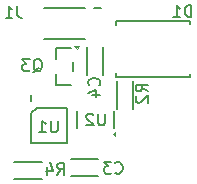
<source format=gbr>
%TF.GenerationSoftware,KiCad,Pcbnew,(6.0.1)*%
%TF.CreationDate,2022-07-19T09:56:27+08:00*%
%TF.ProjectId,HighSideSwitch,48696768-5369-4646-9553-77697463682e,rev?*%
%TF.SameCoordinates,Original*%
%TF.FileFunction,Legend,Bot*%
%TF.FilePolarity,Positive*%
%FSLAX46Y46*%
G04 Gerber Fmt 4.6, Leading zero omitted, Abs format (unit mm)*
G04 Created by KiCad (PCBNEW (6.0.1)) date 2022-07-19 09:56:27*
%MOMM*%
%LPD*%
G01*
G04 APERTURE LIST*
%ADD10C,0.150000*%
%ADD11C,0.200000*%
%ADD12C,0.050000*%
G04 APERTURE END LIST*
D10*
%TO.C,C4*%
X189715942Y-86636133D02*
X189763561Y-86588514D01*
X189811180Y-86445657D01*
X189811180Y-86350419D01*
X189763561Y-86207561D01*
X189668323Y-86112323D01*
X189573085Y-86064704D01*
X189382609Y-86017085D01*
X189239752Y-86017085D01*
X189049276Y-86064704D01*
X188954038Y-86112323D01*
X188858800Y-86207561D01*
X188811180Y-86350419D01*
X188811180Y-86445657D01*
X188858800Y-86588514D01*
X188906419Y-86636133D01*
X189144514Y-87493276D02*
X189811180Y-87493276D01*
X188763561Y-87255180D02*
X189477847Y-87017085D01*
X189477847Y-87636133D01*
%TO.C,U1*%
X186200704Y-89625180D02*
X186200704Y-90434704D01*
X186153085Y-90529942D01*
X186105466Y-90577561D01*
X186010228Y-90625180D01*
X185819752Y-90625180D01*
X185724514Y-90577561D01*
X185676895Y-90529942D01*
X185629276Y-90434704D01*
X185629276Y-89625180D01*
X184629276Y-90625180D02*
X185200704Y-90625180D01*
X184914990Y-90625180D02*
X184914990Y-89625180D01*
X185010228Y-89768038D01*
X185105466Y-89863276D01*
X185200704Y-89910895D01*
%TO.C,R2*%
X193821180Y-87156133D02*
X193344990Y-86822800D01*
X193821180Y-86584704D02*
X192821180Y-86584704D01*
X192821180Y-86965657D01*
X192868800Y-87060895D01*
X192916419Y-87108514D01*
X193011657Y-87156133D01*
X193154514Y-87156133D01*
X193249752Y-87108514D01*
X193297371Y-87060895D01*
X193344990Y-86965657D01*
X193344990Y-86584704D01*
X192916419Y-87537085D02*
X192868800Y-87584704D01*
X192821180Y-87679942D01*
X192821180Y-87918038D01*
X192868800Y-88013276D01*
X192916419Y-88060895D01*
X193011657Y-88108514D01*
X193106895Y-88108514D01*
X193249752Y-88060895D01*
X193821180Y-87489466D01*
X193821180Y-88108514D01*
%TO.C,D1*%
X197526895Y-80855180D02*
X197526895Y-79855180D01*
X197288800Y-79855180D01*
X197145942Y-79902800D01*
X197050704Y-79998038D01*
X197003085Y-80093276D01*
X196955466Y-80283752D01*
X196955466Y-80426609D01*
X197003085Y-80617085D01*
X197050704Y-80712323D01*
X197145942Y-80807561D01*
X197288800Y-80855180D01*
X197526895Y-80855180D01*
X196003085Y-80855180D02*
X196574514Y-80855180D01*
X196288800Y-80855180D02*
X196288800Y-79855180D01*
X196384038Y-79998038D01*
X196479276Y-80093276D01*
X196574514Y-80140895D01*
%TO.C,J1*%
X182802133Y-79925180D02*
X182802133Y-80639466D01*
X182849752Y-80782323D01*
X182944990Y-80877561D01*
X183087847Y-80925180D01*
X183183085Y-80925180D01*
X181802133Y-80925180D02*
X182373561Y-80925180D01*
X182087847Y-80925180D02*
X182087847Y-79925180D01*
X182183085Y-80068038D01*
X182278323Y-80163276D01*
X182373561Y-80210895D01*
%TO.C,Q3*%
X184134038Y-85530419D02*
X184229276Y-85482800D01*
X184324514Y-85387561D01*
X184467371Y-85244704D01*
X184562609Y-85197085D01*
X184657847Y-85197085D01*
X184610228Y-85435180D02*
X184705466Y-85387561D01*
X184800704Y-85292323D01*
X184848323Y-85101847D01*
X184848323Y-84768514D01*
X184800704Y-84578038D01*
X184705466Y-84482800D01*
X184610228Y-84435180D01*
X184419752Y-84435180D01*
X184324514Y-84482800D01*
X184229276Y-84578038D01*
X184181657Y-84768514D01*
X184181657Y-85101847D01*
X184229276Y-85292323D01*
X184324514Y-85387561D01*
X184419752Y-85435180D01*
X184610228Y-85435180D01*
X183848323Y-84435180D02*
X183229276Y-84435180D01*
X183562609Y-84816133D01*
X183419752Y-84816133D01*
X183324514Y-84863752D01*
X183276895Y-84911371D01*
X183229276Y-85006609D01*
X183229276Y-85244704D01*
X183276895Y-85339942D01*
X183324514Y-85387561D01*
X183419752Y-85435180D01*
X183705466Y-85435180D01*
X183800704Y-85387561D01*
X183848323Y-85339942D01*
%TO.C,C3*%
X191085466Y-94019942D02*
X191133085Y-94067561D01*
X191275942Y-94115180D01*
X191371180Y-94115180D01*
X191514038Y-94067561D01*
X191609276Y-93972323D01*
X191656895Y-93877085D01*
X191704514Y-93686609D01*
X191704514Y-93543752D01*
X191656895Y-93353276D01*
X191609276Y-93258038D01*
X191514038Y-93162800D01*
X191371180Y-93115180D01*
X191275942Y-93115180D01*
X191133085Y-93162800D01*
X191085466Y-93210419D01*
X190752133Y-93115180D02*
X190133085Y-93115180D01*
X190466419Y-93496133D01*
X190323561Y-93496133D01*
X190228323Y-93543752D01*
X190180704Y-93591371D01*
X190133085Y-93686609D01*
X190133085Y-93924704D01*
X190180704Y-94019942D01*
X190228323Y-94067561D01*
X190323561Y-94115180D01*
X190609276Y-94115180D01*
X190704514Y-94067561D01*
X190752133Y-94019942D01*
%TO.C,R4*%
X186195466Y-94205180D02*
X186528800Y-93728990D01*
X186766895Y-94205180D02*
X186766895Y-93205180D01*
X186385942Y-93205180D01*
X186290704Y-93252800D01*
X186243085Y-93300419D01*
X186195466Y-93395657D01*
X186195466Y-93538514D01*
X186243085Y-93633752D01*
X186290704Y-93681371D01*
X186385942Y-93728990D01*
X186766895Y-93728990D01*
X185338323Y-93538514D02*
X185338323Y-94205180D01*
X185576419Y-93157561D02*
X185814514Y-93871847D01*
X185195466Y-93871847D01*
%TO.C,U2*%
X190210704Y-89035180D02*
X190210704Y-89844704D01*
X190163085Y-89939942D01*
X190115466Y-89987561D01*
X190020228Y-90035180D01*
X189829752Y-90035180D01*
X189734514Y-89987561D01*
X189686895Y-89939942D01*
X189639276Y-89844704D01*
X189639276Y-89035180D01*
X189210704Y-89130419D02*
X189163085Y-89082800D01*
X189067847Y-89035180D01*
X188829752Y-89035180D01*
X188734514Y-89082800D01*
X188686895Y-89130419D01*
X188639276Y-89225657D01*
X188639276Y-89320895D01*
X188686895Y-89463752D01*
X189258323Y-90035180D01*
X188639276Y-90035180D01*
%TO.C,C4*%
X190068800Y-85747800D02*
X190068800Y-83397800D01*
X188668800Y-85747800D02*
X188668800Y-83397800D01*
D11*
%TO.C,U1*%
X183990200Y-87492600D02*
X183990200Y-87942600D01*
X186965200Y-91517600D02*
X186965200Y-88517600D01*
X186965200Y-88517600D02*
X184465200Y-88517600D01*
X184465200Y-88517600D02*
X183965200Y-89017600D01*
X183965200Y-89017600D02*
X183965200Y-91517600D01*
X183965200Y-91517600D02*
X186965200Y-91517600D01*
D10*
%TO.C,R2*%
X192618800Y-88607800D02*
X192618800Y-86257800D01*
X191218800Y-88607800D02*
X191218800Y-86257800D01*
D11*
%TO.C,D1*%
X191109200Y-81166000D02*
X191109200Y-81566000D01*
X191109200Y-85966000D02*
X191109200Y-85566000D01*
X197409200Y-85966000D02*
X197409200Y-85716000D01*
X197409200Y-81166000D02*
X197409200Y-81416000D01*
X197409200Y-81166000D02*
X191109200Y-81166000D01*
X197409200Y-85966000D02*
X191109200Y-85966000D01*
%TO.C,J1*%
X188556600Y-80051200D02*
X185026600Y-80051200D01*
X189881600Y-80051200D02*
X189291600Y-80051200D01*
X188556600Y-82711200D02*
X185026600Y-82711200D01*
%TO.C,Q3*%
X186036000Y-83489200D02*
X187336000Y-83489200D01*
X186036000Y-85639200D02*
X186036000Y-86589200D01*
X187536000Y-85389200D02*
X187536000Y-84689200D01*
X186036000Y-86589200D02*
X187336000Y-86589200D01*
X186036000Y-84439200D02*
X186036000Y-83489200D01*
D12*
X187636000Y-83339200D02*
X187836000Y-83539200D01*
X187836000Y-83539200D02*
X188036000Y-83339200D01*
X188036000Y-83339200D02*
X187636000Y-83339200D01*
G36*
X187836000Y-83539200D02*
G01*
X187636000Y-83339200D01*
X188036000Y-83339200D01*
X187836000Y-83539200D01*
G37*
X187836000Y-83539200D02*
X187636000Y-83339200D01*
X188036000Y-83339200D01*
X187836000Y-83539200D01*
D10*
%TO.C,C3*%
X189665400Y-92873600D02*
X187315400Y-92873600D01*
X189665400Y-94273600D02*
X187315400Y-94273600D01*
%TO.C,R4*%
X182513800Y-93142800D02*
X184863800Y-93142800D01*
X182513800Y-94542800D02*
X184863800Y-94542800D01*
D11*
%TO.C,U2*%
X187877600Y-90209600D02*
X187877600Y-88809600D01*
X190977600Y-90209600D02*
X190977600Y-88809600D01*
D12*
X191077600Y-90559600D02*
X190877600Y-90759600D01*
X190877600Y-90759600D02*
X191077600Y-90959600D01*
X191077600Y-90959600D02*
X191077600Y-90559600D01*
G36*
X191077600Y-90959600D02*
G01*
X190877600Y-90759600D01*
X191077600Y-90559600D01*
X191077600Y-90959600D01*
G37*
X191077600Y-90959600D02*
X190877600Y-90759600D01*
X191077600Y-90559600D01*
X191077600Y-90959600D01*
%TD*%
M02*

</source>
